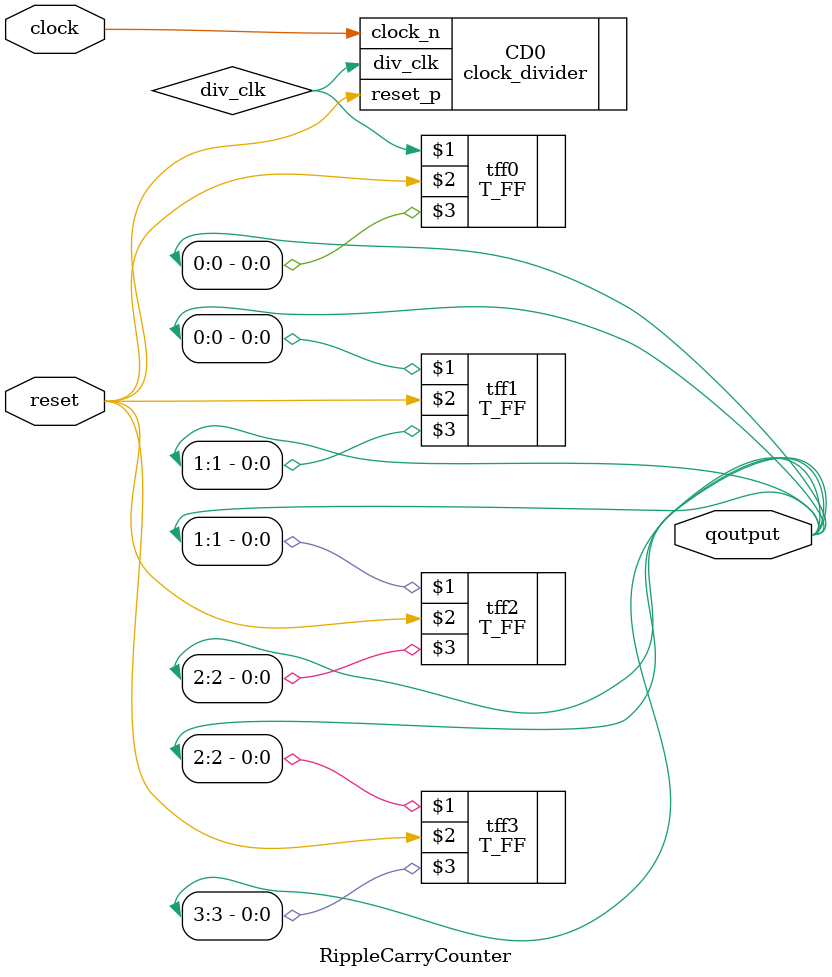
<source format=v>
module RippleCarryCounter(clock, reset, qoutput);
  
  input clock, reset;
  output [3:0] qoutput;
  
wire div_clk;

	clock_divider CD0
	(
		.clock_n(clock),
		.reset_p(reset),
		.div_clk(div_clk)
	);
  
  T_FF tff0(div_clk, reset, qoutput[0]);
  
  T_FF tff1(qoutput[0], reset, qoutput[1]);
  
  T_FF tff2(qoutput[1], reset, qoutput[2]);
  
  T_FF tff3(qoutput[2], reset, qoutput[3]);  
  
endmodule
</source>
